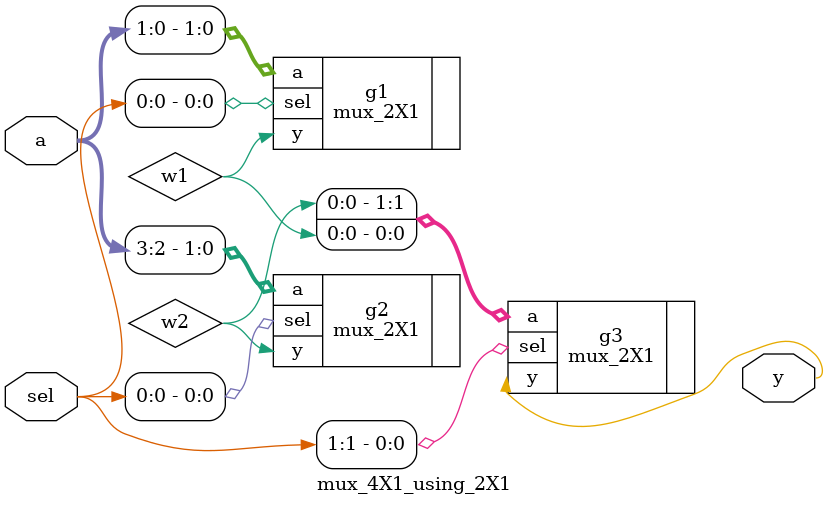
<source format=v>
module mux_4X1_using_2X1(input [3:0] a, input [1:0] sel, output  y);

	wire w1,w2;

	mux_2X1 g1 (.a({a[1],a[0]}), .sel(sel[0]), .y(w1));
	mux_2X1 g2 (.a({a[3],a[2]}), .sel(sel[0]), .y(w2));
	mux_2X1 g3 (.a({w2,w1}), .sel(sel[1]), .y(y));
	
endmodule
	

</source>
